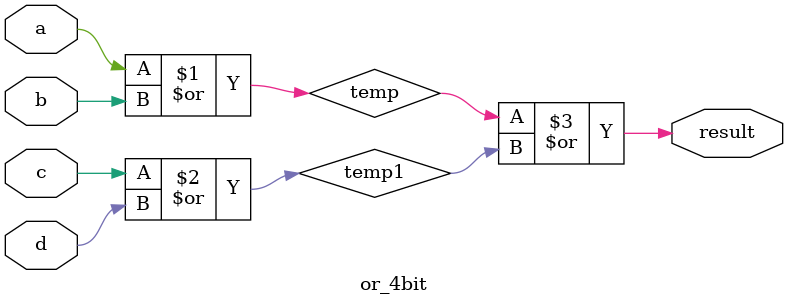
<source format=v>
module or_4bit(
output result,
input a,b,c,d);
or or1(temp,a,b);
or or2(temp1,c,d);
or or3(result,temp,temp1);
endmodule 
</source>
